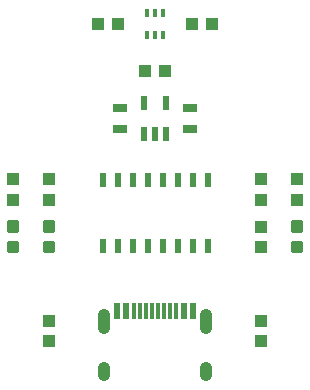
<source format=gbr>
G04 EAGLE Gerber RS-274X export*
G75*
%MOMM*%
%FSLAX34Y34*%
%LPD*%
%INSolderpaste Top*%
%IPPOS*%
%AMOC8*
5,1,8,0,0,1.08239X$1,22.5*%
G01*
%ADD10R,1.000000X1.100000*%
%ADD11R,0.600000X1.200000*%
%ADD12R,1.100000X1.000000*%
%ADD13R,0.300000X0.660000*%
%ADD14R,0.600000X1.450000*%
%ADD15R,0.300000X1.450000*%
%ADD16C,1.000000*%
%ADD17R,1.200000X0.800000*%
%ADD18R,0.550000X1.200000*%
%ADD19C,0.300000*%


D10*
X240000Y58500D03*
X240000Y41500D03*
X60000Y58500D03*
X60000Y41500D03*
X240000Y161500D03*
X240000Y178500D03*
X240000Y121500D03*
X240000Y138500D03*
D11*
X105550Y122000D03*
X118250Y122000D03*
X130950Y122000D03*
X143650Y122000D03*
X156350Y122000D03*
X169050Y122000D03*
X181750Y122000D03*
X194450Y122000D03*
X194450Y178000D03*
X181750Y178000D03*
X169050Y178000D03*
X156350Y178000D03*
X143650Y178000D03*
X130950Y178000D03*
X118250Y178000D03*
X105550Y178000D03*
D12*
X181500Y310000D03*
X198500Y310000D03*
X101500Y310000D03*
X118500Y310000D03*
D13*
X156500Y319200D03*
X150000Y300800D03*
X143500Y300800D03*
X156500Y300800D03*
X150000Y319200D03*
X143500Y319200D03*
D14*
X117500Y67050D03*
X125500Y67050D03*
D15*
X132500Y67050D03*
X137500Y67050D03*
X142500Y67050D03*
X147500Y67050D03*
X152500Y67050D03*
X157500Y67050D03*
X162500Y67050D03*
X167500Y67050D03*
D14*
X174500Y67050D03*
X182500Y67050D03*
X117500Y67050D03*
X125500Y67050D03*
X174500Y67050D03*
X182500Y67050D03*
D16*
X106800Y63400D02*
X106800Y52400D01*
X106800Y19100D02*
X106800Y13100D01*
X193200Y52400D02*
X193200Y63400D01*
X193200Y19100D02*
X193200Y13100D01*
D17*
X120000Y221000D03*
X120000Y239000D03*
D12*
X158500Y270000D03*
X141500Y270000D03*
D18*
X140500Y216999D03*
X150000Y216999D03*
X159500Y216999D03*
X159500Y243001D03*
X140500Y243001D03*
D19*
X266500Y124730D02*
X273500Y124730D01*
X273500Y117730D01*
X266500Y117730D01*
X266500Y124730D01*
X266500Y120580D02*
X273500Y120580D01*
X273500Y123430D02*
X266500Y123430D01*
X266500Y142270D02*
X273500Y142270D01*
X273500Y135270D01*
X266500Y135270D01*
X266500Y142270D01*
X266500Y138120D02*
X273500Y138120D01*
X273500Y140970D02*
X266500Y140970D01*
D10*
X270000Y178500D03*
X270000Y161500D03*
D17*
X180000Y221000D03*
X180000Y239000D03*
D19*
X33500Y124730D02*
X26500Y124730D01*
X33500Y124730D02*
X33500Y117730D01*
X26500Y117730D01*
X26500Y124730D01*
X26500Y120580D02*
X33500Y120580D01*
X33500Y123430D02*
X26500Y123430D01*
X26500Y142270D02*
X33500Y142270D01*
X33500Y135270D01*
X26500Y135270D01*
X26500Y142270D01*
X26500Y138120D02*
X33500Y138120D01*
X33500Y140970D02*
X26500Y140970D01*
D10*
X30000Y161500D03*
X30000Y178500D03*
X60000Y161500D03*
X60000Y178500D03*
D19*
X56500Y124730D02*
X63500Y124730D01*
X63500Y117730D01*
X56500Y117730D01*
X56500Y124730D01*
X56500Y120580D02*
X63500Y120580D01*
X63500Y123430D02*
X56500Y123430D01*
X56500Y142270D02*
X63500Y142270D01*
X63500Y135270D01*
X56500Y135270D01*
X56500Y142270D01*
X56500Y138120D02*
X63500Y138120D01*
X63500Y140970D02*
X56500Y140970D01*
M02*

</source>
